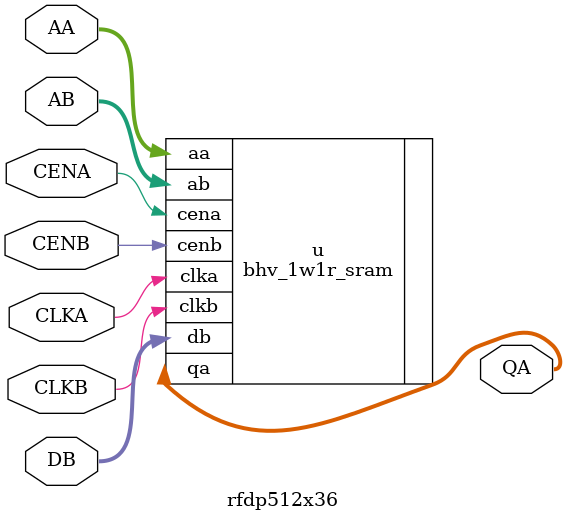
<source format=v>


`define RFDP(dpeth, width)    \
module rfdp``dpeth``x``width (					\
	output 		[width-1:0]				QA,     \
	input 		[$clog2(dpeth)-1:0] 	AA,     \
	input 								CLKA,   \
	input 								CENA,   \
	input 		[$clog2(dpeth)-1:0] 	AB,     \
	input 		[width-1:0] 			DB,     \
	input 								CLKB,   \
	input 								CENB    \
	);                                          \
	bhv_1w1r_sram #(                            \
		.WWORD		(width),                    \
		.WADDR		($clog2(dpeth)),            \
		.DEPTH		(dpeth)                     \
		) u (                                   \
		.clka		(CLKA),                     \
		.aa			(AA),                       \
		.cena		(CENA),                     \
		.qa			(QA),                       \
                                                \
		.clkb		(CLKB),                     \
		.ab			(AB),                       \
		.cenb		(CENB),                     \
		.db			(DB));                      \
endmodule



`define RFDPWP(dpeth, width, wpwidth)    \
module rfdp``dpeth``x``width``_wp``wpwidth (		\
	output 		[width-1:0]				QA,     \
	input 		[$clog2(dpeth)-1:0] 	AA,     \
	input 								CLKA,   \
	input 								CENA,   \
	input 		[$clog2(dpeth)-1:0] 	AB,     \
	input 		[width-1:0] 			DB,     \
	input 								CLKB,   \
	input 		[width/wpwidth-1:0]		WENB,	\
	input 								CENB	\
	);                                          \
	bhv_1w1r_sram_wp #(                         \
		.WWORD		(width),                    \
		.WADDR		($clog2(dpeth)),            \
		.DEPTH		(dpeth),                    \
		.WP			(wpwidth)                   \
		) u (                                   \
		.clka		(CLKA),                     \
		.aa			(AA),                       \
		.cena		(CENA),                     \
		.qa			(QA),                       \
		.clkb		(CLKB),                     \
		.ab			(AB),                       \
		.wenb		(WENB),                     \
		.cenb		(CENB),                     \
		.db			(DB));                      \
endmodule


`RFDP(32,32)
`RFDP(32,64)
`RFDP(32,96)
`RFDP(8192,8)
`RFDP(8192,64)
`RFDP(12288, 64)
`RFDP(8,96)
`RFDP(512,96)
`RFDP(1024,96)
`RFDP(8,12)
`RFDP(16,12)
`RFDP(512,32)
`RFDP(512,36)
// `RFDPWP(2048,128,32)
// `RFDP(2048,128)
// `RFDP(256,32)
// `RFDP(512,32)
// `RFDP(1024,32)
// `RFDP(256,24)
// `RFDP(64,38)
// `RFDP(32,128)
// `RFDP(32,130)

// `RFDP(262144,8)
// `RFDP(143360,8)



</source>
